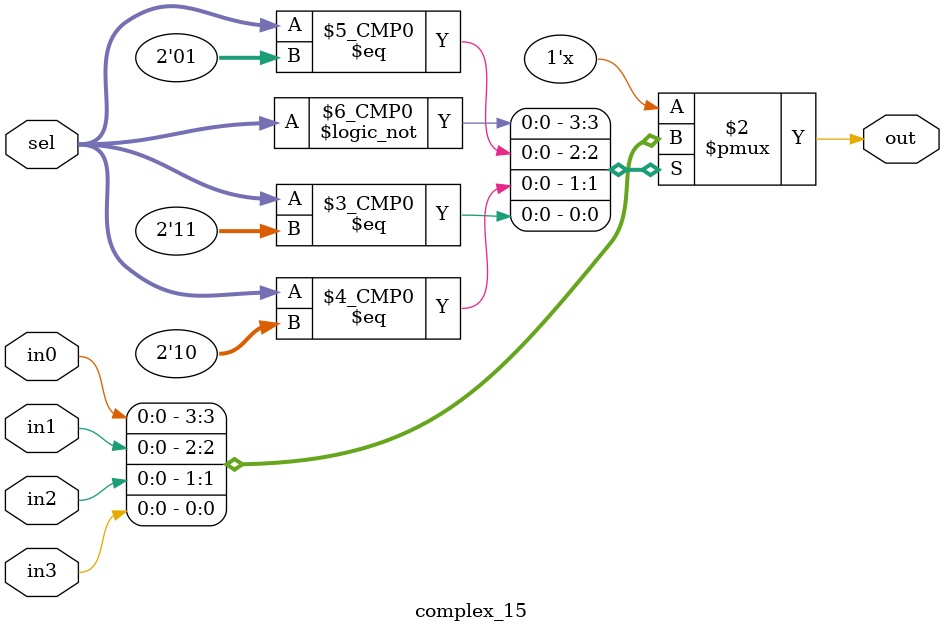
<source format=v>
module complex_15(
    output reg out,
    input in0,
    input in1,
    input in2,
    input in3,
    input[1:0] sel
);
    always @(sel or in0 or in1 or in2 or in3)
        begin
            case(sel)
                2'b00: out=in0;
                2'b01: out=in1;
                2'b10: out=in2;
                2'b11: out=in3;
            endcase
        end
endmodule
</source>
